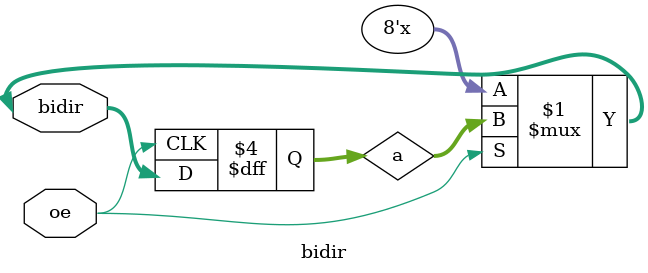
<source format=v>
module bidir (oe, bidir);

// Port Declaration

input   oe;
inout   [7:0] bidir;

reg     [7:0] a;

assign bidir = oe ? a : 8'bZ ;

// Always Construct

initial begin
	a = '0;
end

always @ (negedge oe) begin
    a <= bidir;
end

endmodule
</source>
